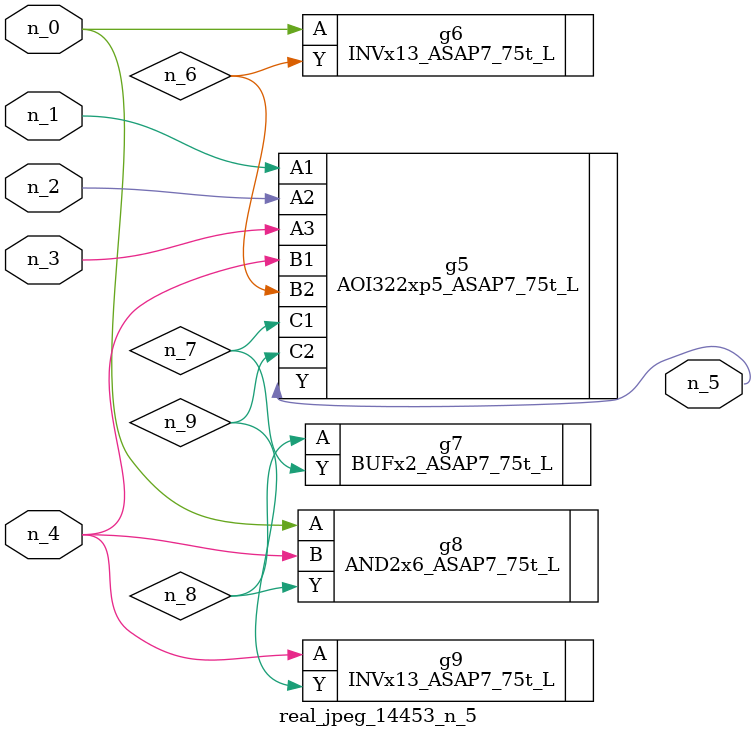
<source format=v>
module real_jpeg_14453_n_5 (n_4, n_0, n_1, n_2, n_3, n_5);

input n_4;
input n_0;
input n_1;
input n_2;
input n_3;

output n_5;

wire n_8;
wire n_6;
wire n_7;
wire n_9;

INVx13_ASAP7_75t_L g6 ( 
.A(n_0),
.Y(n_6)
);

AND2x6_ASAP7_75t_L g8 ( 
.A(n_0),
.B(n_4),
.Y(n_8)
);

AOI322xp5_ASAP7_75t_L g5 ( 
.A1(n_1),
.A2(n_2),
.A3(n_3),
.B1(n_4),
.B2(n_6),
.C1(n_7),
.C2(n_9),
.Y(n_5)
);

INVx13_ASAP7_75t_L g9 ( 
.A(n_4),
.Y(n_9)
);

BUFx2_ASAP7_75t_L g7 ( 
.A(n_8),
.Y(n_7)
);


endmodule
</source>
